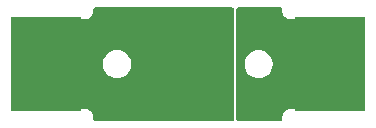
<source format=gbr>
%TF.GenerationSoftware,KiCad,Pcbnew,7.0.2*%
%TF.CreationDate,2023-09-13T12:46:09+12:00*%
%TF.ProjectId,TWIST_SWITCH,54574953-545f-4535-9749-5443482e6b69,v1.1*%
%TF.SameCoordinates,Original*%
%TF.FileFunction,Copper,L4,Bot*%
%TF.FilePolarity,Positive*%
%FSLAX46Y46*%
G04 Gerber Fmt 4.6, Leading zero omitted, Abs format (unit mm)*
G04 Created by KiCad (PCBNEW 7.0.2) date 2023-09-13 12:46:09*
%MOMM*%
%LPD*%
G01*
G04 APERTURE LIST*
%TA.AperFunction,ConnectorPad*%
%ADD10C,7.500000*%
%TD*%
%TA.AperFunction,ConnectorPad*%
%ADD11R,6.000000X8.000000*%
%TD*%
%TA.AperFunction,ComponentPad*%
%ADD12C,3.400000*%
%TD*%
%TA.AperFunction,ViaPad*%
%ADD13C,0.700000*%
%TD*%
G04 APERTURE END LIST*
D10*
%TO.P,H2,1,1*%
%TO.N,GND1*%
X200000000Y-150000000D03*
%TD*%
D11*
%TO.P,H3,1,1*%
%TO.N,GND2*%
X212000000Y-150000000D03*
D12*
X212000000Y-150000000D03*
%TD*%
D11*
%TO.P,H1,1,1*%
%TO.N,GND1*%
X188000000Y-150000000D03*
D12*
X188000000Y-150000000D03*
%TD*%
D13*
%TO.N,GND2*%
X207500000Y-146500000D03*
X214500000Y-153500000D03*
X204500000Y-150500000D03*
X208500000Y-147500000D03*
X207500000Y-145600000D03*
X207500000Y-151500000D03*
X209500000Y-146500000D03*
X206500000Y-148500000D03*
X208500000Y-152500000D03*
X213500000Y-151500000D03*
X208500000Y-150500000D03*
X212500000Y-152500000D03*
X212500000Y-146500000D03*
X209500000Y-147500000D03*
X213500000Y-147500000D03*
X209500000Y-148500000D03*
X212500000Y-147500000D03*
X210500000Y-146500000D03*
X204500000Y-151500000D03*
X207500000Y-152500000D03*
X207500000Y-150500000D03*
X210500000Y-147500000D03*
X205500000Y-147500000D03*
X209500000Y-153500000D03*
X211500000Y-146500000D03*
X205500000Y-151500000D03*
X214500000Y-148500000D03*
X214500000Y-151500000D03*
X213500000Y-153500000D03*
X211500000Y-153500000D03*
X204500000Y-152500000D03*
X204500000Y-149500000D03*
X208500000Y-148500000D03*
X206500000Y-147500000D03*
X207500000Y-147500000D03*
X214500000Y-147500000D03*
X211500000Y-152500000D03*
X210500000Y-152500000D03*
X206500000Y-151500000D03*
X214500000Y-152500000D03*
X213500000Y-148500000D03*
X211500000Y-147500000D03*
X208500000Y-153500000D03*
X207500000Y-154400000D03*
X204500000Y-147500000D03*
X205500000Y-152500000D03*
X208500000Y-146500000D03*
X214500000Y-146500000D03*
X207500000Y-149500000D03*
X208500000Y-151500000D03*
X207500000Y-153500000D03*
X205500000Y-148500000D03*
X213500000Y-152500000D03*
X209500000Y-150500000D03*
X213500000Y-146500000D03*
X207500000Y-148500000D03*
X208500000Y-149500000D03*
X214500000Y-149500000D03*
X210500000Y-148500000D03*
X204500000Y-148500000D03*
X209500000Y-151500000D03*
X212500000Y-153500000D03*
X210500000Y-153500000D03*
X209500000Y-149500000D03*
X206500000Y-152500000D03*
X209500000Y-152500000D03*
X214500000Y-150500000D03*
X210500000Y-151500000D03*
%TO.N,GND1*%
X189500000Y-146500000D03*
X194500000Y-151500000D03*
X187500000Y-153500000D03*
X187500000Y-147500000D03*
X191500000Y-151500000D03*
X187500000Y-152500000D03*
X188500000Y-152500000D03*
X185500000Y-149500000D03*
X193500000Y-148500000D03*
X192500000Y-148500000D03*
X186500000Y-147500000D03*
X190500000Y-150500000D03*
X193500000Y-147500000D03*
X192500000Y-150500000D03*
X191500000Y-149500000D03*
X185500000Y-151500000D03*
X195500000Y-151500000D03*
X185500000Y-152500000D03*
X194500000Y-148500000D03*
X192500000Y-147500000D03*
X192500000Y-145600000D03*
X194500000Y-152500000D03*
X189500000Y-147500000D03*
X185500000Y-148500000D03*
X195500000Y-148500000D03*
X191500000Y-147500000D03*
X192500000Y-149500000D03*
X195500000Y-152500000D03*
X190500000Y-152500000D03*
X186500000Y-148500000D03*
X189500000Y-152500000D03*
X186500000Y-151500000D03*
X189500000Y-148500000D03*
X191500000Y-153500000D03*
X192500000Y-152500000D03*
X191500000Y-148500000D03*
X192500000Y-154400000D03*
X186500000Y-153500000D03*
X190500000Y-153500000D03*
X188500000Y-153500000D03*
X190500000Y-147500000D03*
X189500000Y-153500000D03*
X185500000Y-150500000D03*
X190500000Y-151500000D03*
X188500000Y-146500000D03*
X188500000Y-147500000D03*
X191500000Y-152500000D03*
X192500000Y-153500000D03*
X194500000Y-147500000D03*
X185500000Y-153500000D03*
X186500000Y-146500000D03*
X193500000Y-151500000D03*
X190500000Y-146500000D03*
X190500000Y-149500000D03*
X186500000Y-152500000D03*
X195500000Y-149500000D03*
X190500000Y-148500000D03*
X191500000Y-150500000D03*
X187500000Y-146500000D03*
X191500000Y-146500000D03*
X195500000Y-150500000D03*
X193500000Y-152500000D03*
X185500000Y-147500000D03*
X192500000Y-151500000D03*
X189500000Y-151500000D03*
X195500000Y-147500000D03*
X185500000Y-146500000D03*
X192500000Y-146500000D03*
%TD*%
%TA.AperFunction,Conductor*%
%TO.N,GND2*%
G36*
X207941621Y-145220502D02*
G01*
X207988114Y-145274158D01*
X207999500Y-145326500D01*
X207999500Y-145568993D01*
X208026419Y-145704327D01*
X208079225Y-145831811D01*
X208155887Y-145946544D01*
X208253455Y-146044112D01*
X208253458Y-146044114D01*
X208368189Y-146120775D01*
X208495672Y-146173580D01*
X208631007Y-146200500D01*
X208677410Y-146200500D01*
X214673500Y-146200500D01*
X214741621Y-146220502D01*
X214788114Y-146274158D01*
X214799500Y-146326500D01*
X214799500Y-153673500D01*
X214779498Y-153741621D01*
X214725842Y-153788114D01*
X214673500Y-153799500D01*
X208641007Y-153799500D01*
X208505672Y-153826419D01*
X208378188Y-153879225D01*
X208263455Y-153955887D01*
X208165887Y-154053455D01*
X208089225Y-154168188D01*
X208036419Y-154295672D01*
X208009500Y-154431006D01*
X208009500Y-154673500D01*
X207989498Y-154741621D01*
X207935842Y-154788114D01*
X207883500Y-154799500D01*
X204231500Y-154799500D01*
X204163379Y-154779498D01*
X204116886Y-154725842D01*
X204105500Y-154673500D01*
X204105500Y-150111243D01*
X204799500Y-150111243D01*
X204829824Y-150273462D01*
X204840382Y-150329940D01*
X204920754Y-150537405D01*
X205037873Y-150726558D01*
X205037874Y-150726559D01*
X205037876Y-150726562D01*
X205187764Y-150890981D01*
X205365311Y-151025058D01*
X205564472Y-151124229D01*
X205778464Y-151185115D01*
X205817360Y-151188719D01*
X205941580Y-151200230D01*
X205941586Y-151200230D01*
X205944497Y-151200500D01*
X205947410Y-151200500D01*
X206052590Y-151200500D01*
X206055503Y-151200500D01*
X206058414Y-151200230D01*
X206058419Y-151200230D01*
X206143743Y-151192323D01*
X206221536Y-151185115D01*
X206435528Y-151124229D01*
X206634689Y-151025058D01*
X206812236Y-150890981D01*
X206962124Y-150726562D01*
X207039132Y-150602189D01*
X207079245Y-150537405D01*
X207079247Y-150537401D01*
X207159618Y-150329940D01*
X207200500Y-150111243D01*
X207200500Y-149888757D01*
X207159618Y-149670060D01*
X207079247Y-149462599D01*
X207079246Y-149462598D01*
X207079245Y-149462594D01*
X206962126Y-149273441D01*
X206962125Y-149273440D01*
X206962124Y-149273438D01*
X206812236Y-149109019D01*
X206634689Y-148974942D01*
X206634688Y-148974942D01*
X206435527Y-148875770D01*
X206221534Y-148814884D01*
X206058419Y-148799769D01*
X206058393Y-148799767D01*
X206055503Y-148799500D01*
X205944497Y-148799500D01*
X205941607Y-148799767D01*
X205941580Y-148799769D01*
X205778465Y-148814884D01*
X205564472Y-148875770D01*
X205365310Y-148974942D01*
X205187765Y-149109018D01*
X205037873Y-149273441D01*
X204920754Y-149462594D01*
X204840382Y-149670059D01*
X204826754Y-149742958D01*
X204799500Y-149888757D01*
X204799500Y-150111243D01*
X204105500Y-150111243D01*
X204105500Y-145326500D01*
X204125502Y-145258379D01*
X204179158Y-145211886D01*
X204231500Y-145200500D01*
X207873500Y-145200500D01*
X207941621Y-145220502D01*
G37*
%TD.AperFunction*%
%TD*%
%TA.AperFunction,Conductor*%
%TO.N,GND1*%
G36*
X203842121Y-145220502D02*
G01*
X203888614Y-145274158D01*
X203900000Y-145326500D01*
X203900000Y-154673500D01*
X203879998Y-154741621D01*
X203826342Y-154788114D01*
X203774000Y-154799500D01*
X192126500Y-154799500D01*
X192058379Y-154779498D01*
X192011886Y-154725842D01*
X192000500Y-154673500D01*
X192000500Y-154431006D01*
X191973580Y-154295672D01*
X191943983Y-154224219D01*
X191920775Y-154168189D01*
X191844114Y-154053458D01*
X191844112Y-154053455D01*
X191746544Y-153955887D01*
X191631811Y-153879225D01*
X191504327Y-153826419D01*
X191368993Y-153799500D01*
X191332590Y-153799500D01*
X185326500Y-153799500D01*
X185258379Y-153779498D01*
X185211886Y-153725842D01*
X185200500Y-153673500D01*
X185200500Y-150111243D01*
X192799500Y-150111243D01*
X192830728Y-150278294D01*
X192840382Y-150329940D01*
X192920754Y-150537405D01*
X193037873Y-150726558D01*
X193037874Y-150726559D01*
X193037876Y-150726562D01*
X193187764Y-150890981D01*
X193365311Y-151025058D01*
X193564472Y-151124229D01*
X193778464Y-151185115D01*
X193817360Y-151188719D01*
X193941580Y-151200230D01*
X193941586Y-151200230D01*
X193944497Y-151200500D01*
X193947410Y-151200500D01*
X194052590Y-151200500D01*
X194055503Y-151200500D01*
X194058414Y-151200230D01*
X194058419Y-151200230D01*
X194143743Y-151192323D01*
X194221536Y-151185115D01*
X194435528Y-151124229D01*
X194634689Y-151025058D01*
X194812236Y-150890981D01*
X194962124Y-150726562D01*
X195079247Y-150537401D01*
X195159618Y-150329940D01*
X195200500Y-150111243D01*
X195200500Y-150000000D01*
X198044517Y-150000000D01*
X198064422Y-150278298D01*
X198123726Y-150550916D01*
X198123729Y-150550923D01*
X198221231Y-150812337D01*
X198323703Y-151000000D01*
X198354945Y-151057215D01*
X198522146Y-151280570D01*
X198719429Y-151477853D01*
X198940988Y-151643709D01*
X198942787Y-151645056D01*
X199187663Y-151778769D01*
X199449077Y-151876271D01*
X199449078Y-151876271D01*
X199449083Y-151876273D01*
X199721701Y-151935577D01*
X199721706Y-151935578D01*
X199930343Y-151950500D01*
X199932600Y-151950500D01*
X200067400Y-151950500D01*
X200069657Y-151950500D01*
X200278294Y-151935578D01*
X200336608Y-151922892D01*
X200550916Y-151876273D01*
X200550919Y-151876271D01*
X200550923Y-151876271D01*
X200812337Y-151778769D01*
X201057213Y-151645056D01*
X201280568Y-151477855D01*
X201477855Y-151280568D01*
X201645056Y-151057213D01*
X201778769Y-150812337D01*
X201876271Y-150550923D01*
X201935578Y-150278294D01*
X201955482Y-150000000D01*
X201935578Y-149721706D01*
X201879213Y-149462599D01*
X201876273Y-149449083D01*
X201876271Y-149449077D01*
X201778769Y-149187663D01*
X201645056Y-148942787D01*
X201607503Y-148892621D01*
X201477853Y-148719429D01*
X201280570Y-148522146D01*
X201057215Y-148354945D01*
X201015917Y-148332395D01*
X200812337Y-148221231D01*
X200651028Y-148161066D01*
X200550916Y-148123726D01*
X200278298Y-148064422D01*
X200071907Y-148049660D01*
X200071881Y-148049659D01*
X200069657Y-148049500D01*
X199930343Y-148049500D01*
X199928119Y-148049659D01*
X199928092Y-148049660D01*
X199721701Y-148064422D01*
X199449083Y-148123726D01*
X199253016Y-148196855D01*
X199187663Y-148221231D01*
X199187661Y-148221231D01*
X199187661Y-148221232D01*
X198942784Y-148354945D01*
X198719429Y-148522146D01*
X198522146Y-148719429D01*
X198354945Y-148942784D01*
X198221232Y-149187661D01*
X198123726Y-149449083D01*
X198064422Y-149721701D01*
X198044517Y-150000000D01*
X195200500Y-150000000D01*
X195200500Y-149888757D01*
X195159618Y-149670060D01*
X195079247Y-149462599D01*
X195079246Y-149462598D01*
X195079245Y-149462594D01*
X194962126Y-149273441D01*
X194962125Y-149273440D01*
X194962124Y-149273438D01*
X194812236Y-149109019D01*
X194634689Y-148974942D01*
X194634688Y-148974942D01*
X194435527Y-148875770D01*
X194221534Y-148814884D01*
X194058419Y-148799769D01*
X194058393Y-148799767D01*
X194055503Y-148799500D01*
X193944497Y-148799500D01*
X193941607Y-148799767D01*
X193941580Y-148799769D01*
X193778465Y-148814884D01*
X193564472Y-148875770D01*
X193365310Y-148974942D01*
X193187765Y-149109018D01*
X193037873Y-149273441D01*
X192920754Y-149462594D01*
X192840382Y-149670059D01*
X192830728Y-149721706D01*
X192799500Y-149888757D01*
X192799500Y-150111243D01*
X185200500Y-150111243D01*
X185200500Y-146326500D01*
X185220502Y-146258379D01*
X185274158Y-146211886D01*
X185326500Y-146200500D01*
X191368993Y-146200500D01*
X191504328Y-146173580D01*
X191631811Y-146120775D01*
X191746542Y-146044114D01*
X191844114Y-145946542D01*
X191920775Y-145831811D01*
X191973580Y-145704328D01*
X192000500Y-145568993D01*
X192000500Y-145500000D01*
X192000500Y-145460118D01*
X192000500Y-145326499D01*
X192020502Y-145258379D01*
X192074158Y-145211886D01*
X192126500Y-145200500D01*
X203774000Y-145200500D01*
X203842121Y-145220502D01*
G37*
%TD.AperFunction*%
%TD*%
M02*

</source>
